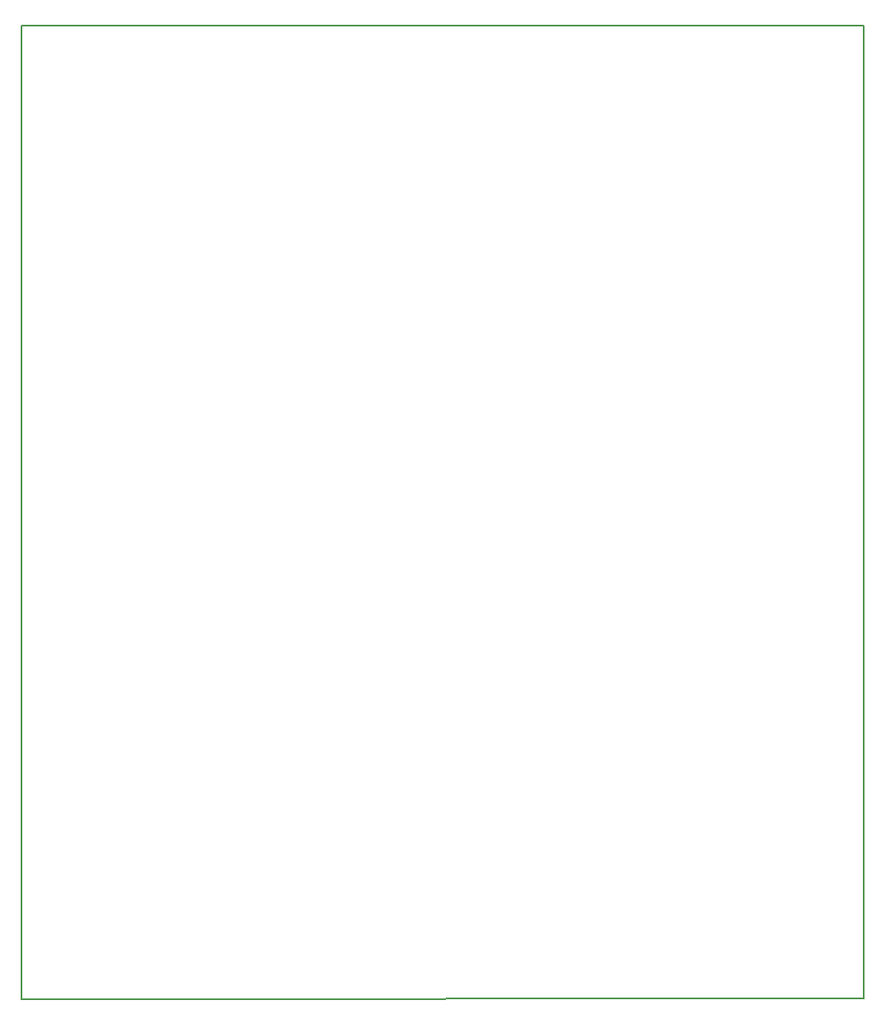
<source format=gm1>
G04 #@! TF.GenerationSoftware,KiCad,Pcbnew,(5.0.1)-3*
G04 #@! TF.CreationDate,2018-12-03T23:59:26+01:00*
G04 #@! TF.ProjectId,antennaanalyzernx,616E74656E6E61616E616C797A65726E,rev?*
G04 #@! TF.SameCoordinates,Original*
G04 #@! TF.FileFunction,Profile,NP*
%FSLAX46Y46*%
G04 Gerber Fmt 4.6, Leading zero omitted, Abs format (unit mm)*
G04 Created by KiCad (PCBNEW (5.0.1)-3) date 2018-12-03 23:59:26*
%MOMM*%
%LPD*%
G01*
G04 APERTURE LIST*
%ADD10C,0.150000*%
G04 APERTURE END LIST*
D10*
X21336000Y-119811800D02*
X21336000Y-19989800D01*
X107696000Y-119781800D02*
X21336000Y-119811800D01*
X107696000Y-19989800D02*
X107696000Y-119781800D01*
X21336000Y-19989800D02*
X107696000Y-19989800D01*
M02*

</source>
